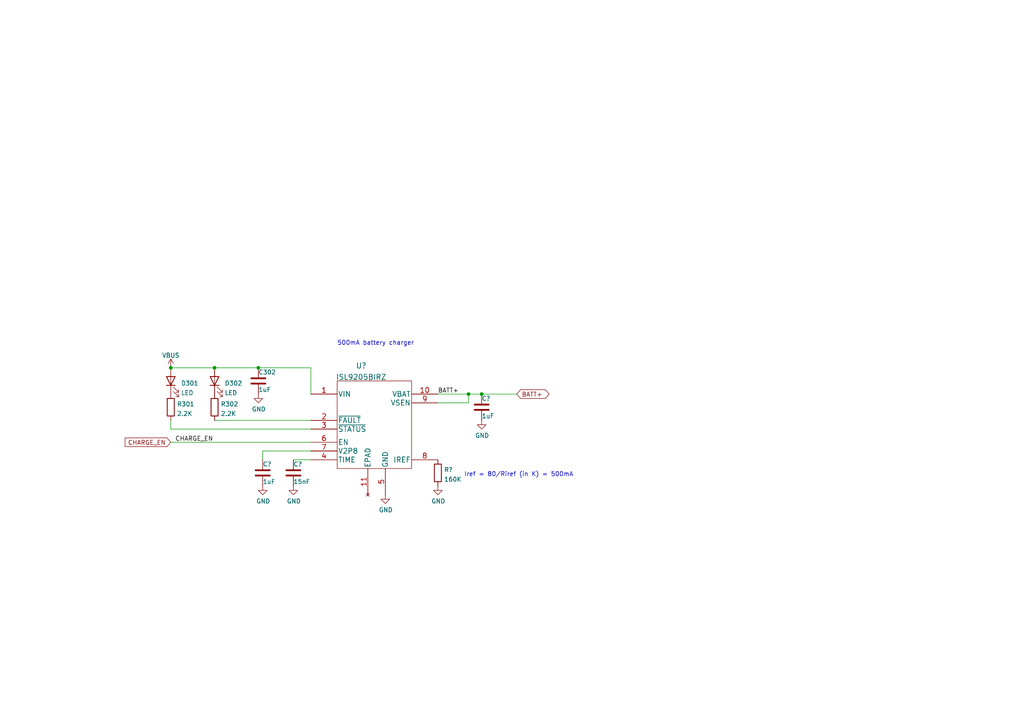
<source format=kicad_sch>
(kicad_sch (version 20211123) (generator eeschema)
  (paper "A4")
  (lib_symbols
    (symbol "Aaron:ISL9205BIRZ" (pin_names (offset 0.254))
      (property "Reference" "U" (at -6.35 16.51 0))
      (property "Value" "ISL9205BIRZ" (at 0 13.97 0))
      (symbol "ISL9205BIRZ_1_1"
        (rectangle (start -11.43 12.7) (end 10.16 -12.7))
        (pin power_in line (at -19.05 8.89 0) (length 7.62) (name "VIN") (number "1"))
        (pin power_out line (at 17.78 8.89 180) (length 7.62) (name "VBAT") (number "10"))
        (pin no_connect line (at -2.54 -20.32 90) (length 7.62) (name "EPAD") (number "11"))
        (pin output line (at -19.05 1.27 0) (length 7.62) (name "~{FAULT}") (number "2"))
        (pin output line (at -19.05 -1.27 0) (length 7.62) (name "~{STATUS}") (number "3"))
        (pin passive line (at -19.05 -10.16 0) (length 7.62) (name "TIME") (number "4"))
        (pin power_in line (at 2.54 -20.32 90) (length 7.62) (name "GND") (number "5"))
        (pin input line (at -19.05 -5.08 0) (length 7.62) (name "EN") (number "6"))
        (pin output line (at -19.05 -7.62 0) (length 7.62) (name "V2P8") (number "7"))
        (pin passive line (at 17.78 -10.16 180) (length 7.62) (name "IREF") (number "8"))
        (pin input line (at 17.78 6.35 180) (length 7.62) (name "VSEN") (number "9"))
      )
    )
    (symbol "Device:C" (pin_numbers hide) (pin_names (offset 0.254))
      (property "Reference" "C" (at 0.635 2.54 0))
      (property "Value" "C" (at 0.635 -2.54 0))
      (symbol "C_0_1"
        (polyline (pts (xy -2.032 -0.762) (xy 2.032 -0.762)) (stroke (width 0.508)))
        (polyline (pts (xy -2.032 0.762) (xy 2.032 0.762)) (stroke (width 0.508)))
      )
      (symbol "C_1_1"
        (pin passive line (at 0 3.81 270) (length 2.794) (name "~") (number "1"))
        (pin passive line (at 0 -3.81 90) (length 2.794) (name "~") (number "2"))
      )
    )
    (symbol "Device:LED" (pin_numbers hide) (pin_names (offset 1.016) hide)
      (property "Reference" "D" (at 0 2.54 0))
      (property "Value" "LED" (at 0 -2.54 0))
      (symbol "LED_0_1"
        (polyline (pts (xy -1.27 -1.27) (xy -1.27 1.27)) (stroke (width 0.254)))
        (polyline (pts (xy -1.27 0) (xy 1.27 0)))
        (polyline (pts (xy 1.27 -1.27) (xy 1.27 1.27) (xy -1.27 0) (xy 1.27 -1.27)) (stroke (width 0.254)))
        (polyline (pts (xy -3.048 -0.762) (xy -4.572 -2.286) (xy -3.81 -2.286) (xy -4.572 -2.286) (xy -4.572 -1.524)))
        (polyline (pts (xy -1.778 -0.762) (xy -3.302 -2.286) (xy -2.54 -2.286) (xy -3.302 -2.286) (xy -3.302 -1.524)))
      )
      (symbol "LED_1_1"
        (pin passive line (at -3.81 0 0) (length 2.54) (name "K") (number "1"))
        (pin passive line (at 3.81 0 180) (length 2.54) (name "A") (number "2"))
      )
    )
    (symbol "Device:R" (pin_numbers hide) (pin_names (offset 0))
      (property "Reference" "R" (at 2.032 0 90))
      (property "Value" "R" (at 0 0 90))
      (symbol "R_0_1"
        (rectangle (start -1.016 -2.54) (end 1.016 2.54) (stroke (width 0.254)))
      )
      (symbol "R_1_1"
        (pin passive line (at 0 3.81 270) (length 1.27) (name "~") (number "1"))
        (pin passive line (at 0 -3.81 90) (length 1.27) (name "~") (number "2"))
      )
    )
    (symbol "power:GND" (power) (pin_names (offset 0))
      (property "Value" "GND" (at 0 -3.81 0))
      (symbol "GND_0_1"
        (polyline (pts (xy 0 0) (xy 0 -1.27) (xy 1.27 -1.27) (xy 0 -2.54) (xy -1.27 -1.27) (xy 0 -1.27)))
      )
      (symbol "GND_1_1"
        (pin power_in line (at 0 0 270) (length 0) hide (name "GND") (number "1"))
      )
    )
    (symbol "power:VBUS" (power) (pin_names (offset 0))
      (property "Value" "VBUS" (at 0 3.81 0))
      (symbol "VBUS_0_1"
        (polyline (pts (xy -0.762 1.27) (xy 0 2.54)))
        (polyline (pts (xy 0 0) (xy 0 2.54)))
        (polyline (pts (xy 0 2.54) (xy 0.762 1.27)))
      )
      (symbol "VBUS_1_1"
        (pin power_in line (at 0 0 90) (length 0) hide (name "VBUS") (number "1"))
      )
    )
  )
  (junction (at 62.23 106.68))
  (junction (at 139.7 114.3))
  (junction (at 74.93 106.68))
  (junction (at 49.53 106.68))
  (junction (at 135.89 114.3))
  (wire (pts (xy 85.09 133.35) (xy 90.17 133.35)))
  (wire (pts (xy 49.53 106.68) (xy 62.23 106.68)))
  (wire (pts (xy 127 114.3) (xy 135.89 114.3)))
  (wire (pts (xy 74.93 106.68) (xy 62.23 106.68)))
  (wire (pts (xy 62.23 121.92) (xy 90.17 121.92)))
  (wire (pts (xy 90.17 130.81) (xy 76.2 130.81)))
  (wire (pts (xy 127 116.84) (xy 135.89 116.84)))
  (wire (pts (xy 135.89 114.3) (xy 139.7 114.3)))
  (wire (pts (xy 49.53 128.27) (xy 90.17 128.27)))
  (wire (pts (xy 90.17 124.46) (xy 49.53 124.46)))
  (wire (pts (xy 49.53 124.46) (xy 49.53 121.92)))
  (wire (pts (xy 90.17 114.3) (xy 90.17 106.68)))
  (wire (pts (xy 76.2 130.81) (xy 76.2 133.35)))
  (wire (pts (xy 135.89 116.84) (xy 135.89 114.3)))
  (wire (pts (xy 139.7 114.3) (xy 149.86 114.3)))
  (wire (pts (xy 90.17 106.68) (xy 74.93 106.68)))
  (text "Iref = 80/Riref (in K) = 500mA" (at 134.62 138.43 0) (effects (font (size 1.27 1.27)) (justify left bottom)))
  (text "500mA battery charger" (at 97.79 100.33 0) (effects (font (size 1.27 1.27)) (justify left bottom)))
  (label "BATT+" (at 127 114.3 0))
  (label "CHARGE_EN" (at 50.8 128.27 0))
  (global_label "CHARGE_EN" (shape input) (at 49.53 128.27 180) (property "Intersheet References" "${INTERSHEET_REFS}" (effects hide)))
  (global_label "BATT+" (shape bidirectional) (at 149.86 114.3 0) (property "Intersheet References" "${INTERSHEET_REFS}" (effects hide)))
  (symbol (lib_id "power:GND") (at 74.93 114.3 0) (unit 1)
    (property "Reference" "#PWR0135" (effects hide))
    (property "Value" "GND" (at 75.057 118.6942 0))
  )
  (symbol (lib_id "Device:R") (at 62.23 118.11 0) (unit 1)
    (property "Reference" "R302" (at 64.008 117.2015 0) (effects (justify left)))
    (property "Value" "2.2K" (at 64.008 119.9766 0) (effects (justify left)))
    (property "Footprint" "Resistor_SMD:R_0603_1608Metric" (effects hide))
  )
  (symbol (lib_id "power:GND") (at 85.09 140.97 0) (unit 1)
    (property "Reference" "#PWR?" (effects hide))
    (property "Value" "GND" (at 85.217 145.3642 0))
  )
  (symbol (lib_id "Device:R") (at 49.53 118.11 0) (unit 1)
    (property "Reference" "R301" (at 51.308 117.2015 0) (effects (justify left)))
    (property "Value" "2.2K" (at 51.308 119.9766 0) (effects (justify left)))
    (property "Footprint" "Resistor_SMD:R_0603_1608Metric" (effects hide))
  )
  (symbol (lib_id "Device:C") (at 139.7 118.11 0) (unit 1)
    (property "Reference" "C?" (at 139.7 115.57 0) (effects (justify left)))
    (property "Value" "1uF" (at 139.7 120.65 0) (effects (justify left)))
    (property "Footprint" "Capacitor_SMD:C_0805_2012Metric" (effects hide))
  )
  (symbol (lib_id "power:VBUS") (at 49.53 106.68 0) (unit 1)
    (property "Reference" "#PWR?" (effects hide))
    (property "Value" "VBUS" (at 49.53 103.0755 0))
  )
  (symbol (lib_id "power:GND") (at 111.76 143.51 0) (unit 1)
    (property "Reference" "#PWR?" (effects hide))
    (property "Value" "GND" (at 111.887 147.9042 0))
  )
  (symbol (lib_id "Device:LED") (at 62.23 110.49 90) (unit 1)
    (property "Reference" "D302" (at 65.151 111.169 90) (effects (justify right)))
    (property "Value" "LED" (at 65.151 113.9441 90) (effects (justify right)))
    (property "Footprint" "LED_SMD:LED_0603_1608Metric" (effects hide))
  )
  (symbol (lib_id "Aaron:ISL9205BIRZ") (at 109.22 123.19 0) (unit 1)
    (property "Reference" "U?" (at 104.775 106.0861 0) (effects (font (size 1.524 1.524))))
    (property "Value" "ISL9205BIRZ" (at 104.775 109.3651 0) (effects (font (size 1.524 1.524))))
    (property "Footprint" "Aaron:DFN-10-1EP_3x3mm_P0.5mm_EP1.60x2.00mm" (effects hide))
    (property "Datasheet" "https://www.renesas.com/us/en/document/dst/isl9205-isl9205a-isl9205b-isl9205c-isl9205d-datasheet?r=532361" (effects hide))
  )
  (symbol (lib_id "Device:C") (at 76.2 137.16 0) (unit 1)
    (property "Reference" "C?" (at 76.2 134.62 0) (effects (justify left)))
    (property "Value" "1uF" (at 76.2 139.7 0) (effects (justify left)))
    (property "Footprint" "Capacitor_SMD:C_0805_2012Metric" (effects hide))
  )
  (symbol (lib_id "Device:C") (at 85.09 137.16 0) (unit 1)
    (property "Reference" "C?" (at 85.09 134.62 0) (effects (justify left)))
    (property "Value" "15nF" (at 85.09 139.7 0) (effects (justify left)))
    (property "Footprint" "Capacitor_SMD:C_0805_2012Metric" (effects hide))
  )
  (symbol (lib_id "Device:LED") (at 49.53 110.49 90) (unit 1)
    (property "Reference" "D301" (at 52.451 111.169 90) (effects (justify right)))
    (property "Value" "LED" (at 52.451 113.9441 90) (effects (justify right)))
    (property "Footprint" "LED_SMD:LED_0603_1608Metric" (effects hide))
  )
  (symbol (lib_id "Device:C") (at 74.93 110.49 0) (unit 1)
    (property "Reference" "C302" (at 74.93 107.95 0) (effects (justify left)))
    (property "Value" "1uF" (at 74.93 113.03 0) (effects (justify left)))
    (property "Footprint" "Capacitor_SMD:C_0805_2012Metric" (effects hide))
  )
  (symbol (lib_id "Device:R") (at 127 137.16 0) (unit 1)
    (property "Reference" "R?" (at 128.778 136.2515 0) (effects (justify left)))
    (property "Value" "160K" (at 128.778 139.0266 0) (effects (justify left)))
    (property "Footprint" "Resistor_SMD:R_0603_1608Metric" (effects hide))
  )
  (symbol (lib_id "power:GND") (at 127 140.97 0) (unit 1)
    (property "Reference" "#PWR?" (effects hide))
    (property "Value" "GND" (at 127.127 145.3642 0))
  )
  (symbol (lib_id "power:GND") (at 76.2 140.97 0) (unit 1)
    (property "Reference" "#PWR?" (effects hide))
    (property "Value" "GND" (at 76.327 145.3642 0))
  )
  (symbol (lib_id "power:GND") (at 139.7 121.92 0) (unit 1)
    (property "Reference" "#PWR?" (effects hide))
    (property "Value" "GND" (at 139.827 126.3142 0))
  )
)
</source>
